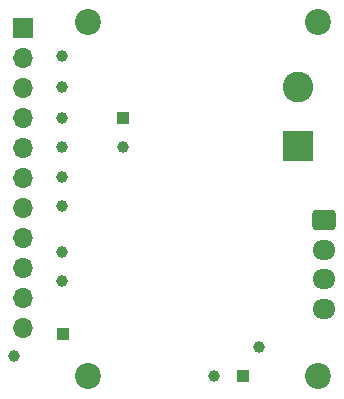
<source format=gbr>
%TF.GenerationSoftware,KiCad,Pcbnew,(6.0.6)*%
%TF.CreationDate,2022-06-27T18:20:24+02:00*%
%TF.ProjectId,tmc2208-breakout,746d6332-3230-4382-9d62-7265616b6f75,rev?*%
%TF.SameCoordinates,Original*%
%TF.FileFunction,Soldermask,Bot*%
%TF.FilePolarity,Negative*%
%FSLAX46Y46*%
G04 Gerber Fmt 4.6, Leading zero omitted, Abs format (unit mm)*
G04 Created by KiCad (PCBNEW (6.0.6)) date 2022-06-27 18:20:24*
%MOMM*%
%LPD*%
G01*
G04 APERTURE LIST*
G04 Aperture macros list*
%AMRoundRect*
0 Rectangle with rounded corners*
0 $1 Rounding radius*
0 $2 $3 $4 $5 $6 $7 $8 $9 X,Y pos of 4 corners*
0 Add a 4 corners polygon primitive as box body*
4,1,4,$2,$3,$4,$5,$6,$7,$8,$9,$2,$3,0*
0 Add four circle primitives for the rounded corners*
1,1,$1+$1,$2,$3*
1,1,$1+$1,$4,$5*
1,1,$1+$1,$6,$7*
1,1,$1+$1,$8,$9*
0 Add four rect primitives between the rounded corners*
20,1,$1+$1,$2,$3,$4,$5,0*
20,1,$1+$1,$4,$5,$6,$7,0*
20,1,$1+$1,$6,$7,$8,$9,0*
20,1,$1+$1,$8,$9,$2,$3,0*%
G04 Aperture macros list end*
%ADD10C,1.000000*%
%ADD11R,1.700000X1.700000*%
%ADD12O,1.700000X1.700000*%
%ADD13R,1.000000X1.000000*%
%ADD14C,2.200000*%
%ADD15RoundRect,0.250000X-0.725000X0.600000X-0.725000X-0.600000X0.725000X-0.600000X0.725000X0.600000X0*%
%ADD16O,1.950000X1.700000*%
%ADD17R,2.600000X2.600000*%
%ADD18C,2.600000*%
G04 APERTURE END LIST*
D10*
%TO.C,TP16*%
X143250000Y-69250000D03*
%TD*%
D11*
%TO.C,J1*%
X144000000Y-41500000D03*
D12*
X144000000Y-44040000D03*
X144000000Y-46580000D03*
X144000000Y-49120000D03*
X144000000Y-51660000D03*
X144000000Y-54200000D03*
X144000000Y-56740000D03*
X144000000Y-59280000D03*
X144000000Y-61820000D03*
X144000000Y-64360000D03*
X144000000Y-66900000D03*
%TD*%
D10*
%TO.C,TP2*%
X147300000Y-43900000D03*
%TD*%
D13*
%TO.C,TP20*%
X152500000Y-49100000D03*
%TD*%
D14*
%TO.C,H2*%
X149500000Y-71000000D03*
%TD*%
D10*
%TO.C,TP15*%
X164000000Y-68500000D03*
%TD*%
%TO.C,TP4*%
X147300000Y-54100000D03*
%TD*%
D15*
%TO.C,J3*%
X169525000Y-57750000D03*
D16*
X169525000Y-60250000D03*
X169525000Y-62750000D03*
X169525000Y-65250000D03*
%TD*%
D10*
%TO.C,TP6*%
X147300000Y-56600000D03*
%TD*%
D13*
%TO.C,TP19*%
X162600000Y-71000000D03*
%TD*%
D14*
%TO.C,H1*%
X149500000Y-41000000D03*
%TD*%
D10*
%TO.C,TP1*%
X147300000Y-49100000D03*
%TD*%
%TO.C,TP7*%
X147300000Y-60500000D03*
%TD*%
%TO.C,TP5*%
X147300000Y-46500000D03*
%TD*%
D14*
%TO.C,H4*%
X169000000Y-41000000D03*
%TD*%
D17*
%TO.C,J4*%
X167305000Y-51500000D03*
D18*
X167305000Y-46500000D03*
%TD*%
D10*
%TO.C,TP3*%
X147300000Y-51600000D03*
%TD*%
%TO.C,TP14*%
X152500000Y-51600000D03*
%TD*%
D14*
%TO.C,H3*%
X169000000Y-71000000D03*
%TD*%
D10*
%TO.C,TP12*%
X160200000Y-71000000D03*
%TD*%
D13*
%TO.C,TP18*%
X147400000Y-67400000D03*
%TD*%
D10*
%TO.C,TP8*%
X147300000Y-62900000D03*
%TD*%
M02*

</source>
